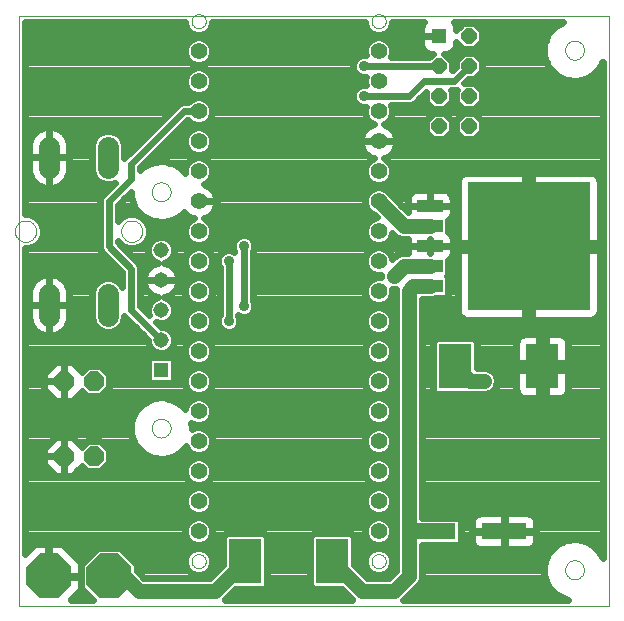
<source format=gbl>
G75*
%MOIN*%
%OFA0B0*%
%FSLAX24Y24*%
%IPPOS*%
%LPD*%
%AMOC8*
5,1,8,0,0,1.08239X$1,22.5*
%
%ADD10C,0.0000*%
%ADD11C,0.0554*%
%ADD12R,0.0515X0.0515*%
%ADD13OC8,0.0515*%
%ADD14C,0.0515*%
%ADD15OC8,0.0660*%
%ADD16R,0.4098X0.4252*%
%ADD17R,0.0850X0.0420*%
%ADD18R,0.1102X0.1496*%
%ADD19OC8,0.1500*%
%ADD20R,0.1496X0.0551*%
%ADD21C,0.0705*%
%ADD22C,0.0240*%
%ADD23C,0.0500*%
%ADD24C,0.0356*%
D10*
X001220Y001220D02*
X001220Y020905D01*
X020905Y020905D01*
X020905Y001220D01*
X001220Y001220D01*
X006984Y002720D02*
X006986Y002750D01*
X006992Y002780D01*
X007001Y002809D01*
X007014Y002836D01*
X007031Y002861D01*
X007050Y002884D01*
X007073Y002905D01*
X007098Y002922D01*
X007124Y002936D01*
X007153Y002946D01*
X007182Y002953D01*
X007212Y002956D01*
X007243Y002955D01*
X007273Y002950D01*
X007302Y002941D01*
X007329Y002929D01*
X007355Y002914D01*
X007379Y002895D01*
X007400Y002873D01*
X007418Y002849D01*
X007433Y002822D01*
X007444Y002794D01*
X007452Y002765D01*
X007456Y002735D01*
X007456Y002705D01*
X007452Y002675D01*
X007444Y002646D01*
X007433Y002618D01*
X007418Y002591D01*
X007400Y002567D01*
X007379Y002545D01*
X007355Y002526D01*
X007329Y002511D01*
X007302Y002499D01*
X007273Y002490D01*
X007243Y002485D01*
X007212Y002484D01*
X007182Y002487D01*
X007153Y002494D01*
X007124Y002504D01*
X007098Y002518D01*
X007073Y002535D01*
X007050Y002556D01*
X007031Y002579D01*
X007014Y002604D01*
X007001Y002631D01*
X006992Y002660D01*
X006986Y002690D01*
X006984Y002720D01*
X005655Y007158D02*
X005657Y007193D01*
X005663Y007228D01*
X005673Y007262D01*
X005686Y007295D01*
X005703Y007326D01*
X005724Y007354D01*
X005747Y007381D01*
X005774Y007404D01*
X005802Y007425D01*
X005833Y007442D01*
X005866Y007455D01*
X005900Y007465D01*
X005935Y007471D01*
X005970Y007473D01*
X006005Y007471D01*
X006040Y007465D01*
X006074Y007455D01*
X006107Y007442D01*
X006138Y007425D01*
X006166Y007404D01*
X006193Y007381D01*
X006216Y007354D01*
X006237Y007326D01*
X006254Y007295D01*
X006267Y007262D01*
X006277Y007228D01*
X006283Y007193D01*
X006285Y007158D01*
X006283Y007123D01*
X006277Y007088D01*
X006267Y007054D01*
X006254Y007021D01*
X006237Y006990D01*
X006216Y006962D01*
X006193Y006935D01*
X006166Y006912D01*
X006138Y006891D01*
X006107Y006874D01*
X006074Y006861D01*
X006040Y006851D01*
X006005Y006845D01*
X005970Y006843D01*
X005935Y006845D01*
X005900Y006851D01*
X005866Y006861D01*
X005833Y006874D01*
X005802Y006891D01*
X005774Y006912D01*
X005747Y006935D01*
X005724Y006962D01*
X005703Y006990D01*
X005686Y007021D01*
X005673Y007054D01*
X005663Y007088D01*
X005657Y007123D01*
X005655Y007158D01*
X012984Y002720D02*
X012986Y002750D01*
X012992Y002780D01*
X013001Y002809D01*
X013014Y002836D01*
X013031Y002861D01*
X013050Y002884D01*
X013073Y002905D01*
X013098Y002922D01*
X013124Y002936D01*
X013153Y002946D01*
X013182Y002953D01*
X013212Y002956D01*
X013243Y002955D01*
X013273Y002950D01*
X013302Y002941D01*
X013329Y002929D01*
X013355Y002914D01*
X013379Y002895D01*
X013400Y002873D01*
X013418Y002849D01*
X013433Y002822D01*
X013444Y002794D01*
X013452Y002765D01*
X013456Y002735D01*
X013456Y002705D01*
X013452Y002675D01*
X013444Y002646D01*
X013433Y002618D01*
X013418Y002591D01*
X013400Y002567D01*
X013379Y002545D01*
X013355Y002526D01*
X013329Y002511D01*
X013302Y002499D01*
X013273Y002490D01*
X013243Y002485D01*
X013212Y002484D01*
X013182Y002487D01*
X013153Y002494D01*
X013124Y002504D01*
X013098Y002518D01*
X013073Y002535D01*
X013050Y002556D01*
X013031Y002579D01*
X013014Y002604D01*
X013001Y002631D01*
X012992Y002660D01*
X012986Y002690D01*
X012984Y002720D01*
X019435Y002434D02*
X019437Y002469D01*
X019443Y002504D01*
X019453Y002538D01*
X019466Y002571D01*
X019483Y002602D01*
X019504Y002630D01*
X019527Y002657D01*
X019554Y002680D01*
X019582Y002701D01*
X019613Y002718D01*
X019646Y002731D01*
X019680Y002741D01*
X019715Y002747D01*
X019750Y002749D01*
X019785Y002747D01*
X019820Y002741D01*
X019854Y002731D01*
X019887Y002718D01*
X019918Y002701D01*
X019946Y002680D01*
X019973Y002657D01*
X019996Y002630D01*
X020017Y002602D01*
X020034Y002571D01*
X020047Y002538D01*
X020057Y002504D01*
X020063Y002469D01*
X020065Y002434D01*
X020063Y002399D01*
X020057Y002364D01*
X020047Y002330D01*
X020034Y002297D01*
X020017Y002266D01*
X019996Y002238D01*
X019973Y002211D01*
X019946Y002188D01*
X019918Y002167D01*
X019887Y002150D01*
X019854Y002137D01*
X019820Y002127D01*
X019785Y002121D01*
X019750Y002119D01*
X019715Y002121D01*
X019680Y002127D01*
X019646Y002137D01*
X019613Y002150D01*
X019582Y002167D01*
X019554Y002188D01*
X019527Y002211D01*
X019504Y002238D01*
X019483Y002266D01*
X019466Y002297D01*
X019453Y002330D01*
X019443Y002364D01*
X019437Y002399D01*
X019435Y002434D01*
X004635Y013720D02*
X004637Y013757D01*
X004643Y013794D01*
X004652Y013830D01*
X004666Y013864D01*
X004683Y013897D01*
X004703Y013929D01*
X004726Y013958D01*
X004752Y013984D01*
X004781Y014007D01*
X004812Y014027D01*
X004846Y014044D01*
X004880Y014058D01*
X004916Y014067D01*
X004953Y014073D01*
X004990Y014075D01*
X005027Y014073D01*
X005064Y014067D01*
X005100Y014058D01*
X005134Y014044D01*
X005167Y014027D01*
X005199Y014007D01*
X005228Y013984D01*
X005254Y013958D01*
X005277Y013929D01*
X005297Y013898D01*
X005314Y013864D01*
X005328Y013830D01*
X005337Y013794D01*
X005343Y013757D01*
X005345Y013720D01*
X005343Y013683D01*
X005337Y013646D01*
X005328Y013610D01*
X005314Y013576D01*
X005297Y013543D01*
X005277Y013511D01*
X005254Y013482D01*
X005228Y013456D01*
X005199Y013433D01*
X005168Y013413D01*
X005134Y013396D01*
X005100Y013382D01*
X005064Y013373D01*
X005027Y013367D01*
X004990Y013365D01*
X004953Y013367D01*
X004916Y013373D01*
X004880Y013382D01*
X004846Y013396D01*
X004813Y013413D01*
X004781Y013433D01*
X004752Y013456D01*
X004726Y013482D01*
X004703Y013511D01*
X004683Y013542D01*
X004666Y013576D01*
X004652Y013610D01*
X004643Y013646D01*
X004637Y013683D01*
X004635Y013720D01*
X005655Y015032D02*
X005657Y015067D01*
X005663Y015102D01*
X005673Y015136D01*
X005686Y015169D01*
X005703Y015200D01*
X005724Y015228D01*
X005747Y015255D01*
X005774Y015278D01*
X005802Y015299D01*
X005833Y015316D01*
X005866Y015329D01*
X005900Y015339D01*
X005935Y015345D01*
X005970Y015347D01*
X006005Y015345D01*
X006040Y015339D01*
X006074Y015329D01*
X006107Y015316D01*
X006138Y015299D01*
X006166Y015278D01*
X006193Y015255D01*
X006216Y015228D01*
X006237Y015200D01*
X006254Y015169D01*
X006267Y015136D01*
X006277Y015102D01*
X006283Y015067D01*
X006285Y015032D01*
X006283Y014997D01*
X006277Y014962D01*
X006267Y014928D01*
X006254Y014895D01*
X006237Y014864D01*
X006216Y014836D01*
X006193Y014809D01*
X006166Y014786D01*
X006138Y014765D01*
X006107Y014748D01*
X006074Y014735D01*
X006040Y014725D01*
X006005Y014719D01*
X005970Y014717D01*
X005935Y014719D01*
X005900Y014725D01*
X005866Y014735D01*
X005833Y014748D01*
X005802Y014765D01*
X005774Y014786D01*
X005747Y014809D01*
X005724Y014836D01*
X005703Y014864D01*
X005686Y014895D01*
X005673Y014928D01*
X005663Y014962D01*
X005657Y014997D01*
X005655Y015032D01*
X001095Y013720D02*
X001097Y013757D01*
X001103Y013794D01*
X001112Y013830D01*
X001126Y013864D01*
X001143Y013897D01*
X001163Y013929D01*
X001186Y013958D01*
X001212Y013984D01*
X001241Y014007D01*
X001272Y014027D01*
X001306Y014044D01*
X001340Y014058D01*
X001376Y014067D01*
X001413Y014073D01*
X001450Y014075D01*
X001487Y014073D01*
X001524Y014067D01*
X001560Y014058D01*
X001594Y014044D01*
X001627Y014027D01*
X001659Y014007D01*
X001688Y013984D01*
X001714Y013958D01*
X001737Y013929D01*
X001757Y013898D01*
X001774Y013864D01*
X001788Y013830D01*
X001797Y013794D01*
X001803Y013757D01*
X001805Y013720D01*
X001803Y013683D01*
X001797Y013646D01*
X001788Y013610D01*
X001774Y013576D01*
X001757Y013543D01*
X001737Y013511D01*
X001714Y013482D01*
X001688Y013456D01*
X001659Y013433D01*
X001628Y013413D01*
X001594Y013396D01*
X001560Y013382D01*
X001524Y013373D01*
X001487Y013367D01*
X001450Y013365D01*
X001413Y013367D01*
X001376Y013373D01*
X001340Y013382D01*
X001306Y013396D01*
X001273Y013413D01*
X001241Y013433D01*
X001212Y013456D01*
X001186Y013482D01*
X001163Y013511D01*
X001143Y013542D01*
X001126Y013576D01*
X001112Y013610D01*
X001103Y013646D01*
X001097Y013683D01*
X001095Y013720D01*
X006984Y020720D02*
X006986Y020750D01*
X006992Y020780D01*
X007001Y020809D01*
X007014Y020836D01*
X007031Y020861D01*
X007050Y020884D01*
X007073Y020905D01*
X007098Y020922D01*
X007124Y020936D01*
X007153Y020946D01*
X007182Y020953D01*
X007212Y020956D01*
X007243Y020955D01*
X007273Y020950D01*
X007302Y020941D01*
X007329Y020929D01*
X007355Y020914D01*
X007379Y020895D01*
X007400Y020873D01*
X007418Y020849D01*
X007433Y020822D01*
X007444Y020794D01*
X007452Y020765D01*
X007456Y020735D01*
X007456Y020705D01*
X007452Y020675D01*
X007444Y020646D01*
X007433Y020618D01*
X007418Y020591D01*
X007400Y020567D01*
X007379Y020545D01*
X007355Y020526D01*
X007329Y020511D01*
X007302Y020499D01*
X007273Y020490D01*
X007243Y020485D01*
X007212Y020484D01*
X007182Y020487D01*
X007153Y020494D01*
X007124Y020504D01*
X007098Y020518D01*
X007073Y020535D01*
X007050Y020556D01*
X007031Y020579D01*
X007014Y020604D01*
X007001Y020631D01*
X006992Y020660D01*
X006986Y020690D01*
X006984Y020720D01*
X012984Y020720D02*
X012986Y020750D01*
X012992Y020780D01*
X013001Y020809D01*
X013014Y020836D01*
X013031Y020861D01*
X013050Y020884D01*
X013073Y020905D01*
X013098Y020922D01*
X013124Y020936D01*
X013153Y020946D01*
X013182Y020953D01*
X013212Y020956D01*
X013243Y020955D01*
X013273Y020950D01*
X013302Y020941D01*
X013329Y020929D01*
X013355Y020914D01*
X013379Y020895D01*
X013400Y020873D01*
X013418Y020849D01*
X013433Y020822D01*
X013444Y020794D01*
X013452Y020765D01*
X013456Y020735D01*
X013456Y020705D01*
X013452Y020675D01*
X013444Y020646D01*
X013433Y020618D01*
X013418Y020591D01*
X013400Y020567D01*
X013379Y020545D01*
X013355Y020526D01*
X013329Y020511D01*
X013302Y020499D01*
X013273Y020490D01*
X013243Y020485D01*
X013212Y020484D01*
X013182Y020487D01*
X013153Y020494D01*
X013124Y020504D01*
X013098Y020518D01*
X013073Y020535D01*
X013050Y020556D01*
X013031Y020579D01*
X013014Y020604D01*
X013001Y020631D01*
X012992Y020660D01*
X012986Y020690D01*
X012984Y020720D01*
X019435Y019756D02*
X019437Y019791D01*
X019443Y019826D01*
X019453Y019860D01*
X019466Y019893D01*
X019483Y019924D01*
X019504Y019952D01*
X019527Y019979D01*
X019554Y020002D01*
X019582Y020023D01*
X019613Y020040D01*
X019646Y020053D01*
X019680Y020063D01*
X019715Y020069D01*
X019750Y020071D01*
X019785Y020069D01*
X019820Y020063D01*
X019854Y020053D01*
X019887Y020040D01*
X019918Y020023D01*
X019946Y020002D01*
X019973Y019979D01*
X019996Y019952D01*
X020017Y019924D01*
X020034Y019893D01*
X020047Y019860D01*
X020057Y019826D01*
X020063Y019791D01*
X020065Y019756D01*
X020063Y019721D01*
X020057Y019686D01*
X020047Y019652D01*
X020034Y019619D01*
X020017Y019588D01*
X019996Y019560D01*
X019973Y019533D01*
X019946Y019510D01*
X019918Y019489D01*
X019887Y019472D01*
X019854Y019459D01*
X019820Y019449D01*
X019785Y019443D01*
X019750Y019441D01*
X019715Y019443D01*
X019680Y019449D01*
X019646Y019459D01*
X019613Y019472D01*
X019582Y019489D01*
X019554Y019510D01*
X019527Y019533D01*
X019504Y019560D01*
X019483Y019588D01*
X019466Y019619D01*
X019453Y019652D01*
X019443Y019686D01*
X019437Y019721D01*
X019435Y019756D01*
D11*
X013220Y019720D03*
X013220Y018720D03*
X013220Y017720D03*
X013220Y016720D03*
X013220Y015720D03*
X013220Y014720D03*
X013220Y013720D03*
X013220Y012720D03*
X013220Y011720D03*
X013220Y010720D03*
X013220Y009720D03*
X013220Y008720D03*
X013220Y007720D03*
X013220Y006720D03*
X013220Y005720D03*
X013220Y004720D03*
X013220Y003720D03*
X007220Y003720D03*
X007220Y004720D03*
X007220Y005720D03*
X007220Y006720D03*
X007220Y007720D03*
X007220Y008720D03*
X007220Y009720D03*
X007220Y010720D03*
X007220Y011720D03*
X007220Y012720D03*
X007220Y013720D03*
X007220Y014720D03*
X007220Y015720D03*
X007220Y016720D03*
X007220Y017720D03*
X007220Y018720D03*
X007220Y019720D03*
D12*
X015220Y020220D03*
X005970Y009095D03*
D13*
X015220Y017220D03*
X016220Y017220D03*
X016220Y018220D03*
X016220Y019220D03*
X015220Y019220D03*
X015220Y018220D03*
X016220Y020220D03*
D14*
X005970Y013095D03*
X005970Y012095D03*
X005970Y011095D03*
X005970Y010095D03*
D15*
X003720Y008720D03*
X002720Y008720D03*
X002720Y006220D03*
X003720Y006220D03*
D16*
X018220Y013220D03*
D17*
X014940Y013220D03*
X014940Y012550D03*
X014940Y011880D03*
X014940Y013890D03*
X014940Y014560D03*
D18*
X015763Y009220D03*
X018677Y009220D03*
X011677Y002720D03*
X008763Y002720D03*
D19*
X004220Y002220D03*
X002220Y002220D03*
D20*
X015039Y003720D03*
X017401Y003720D03*
D21*
X004200Y010908D02*
X004200Y011613D01*
X002240Y011613D02*
X002240Y010908D01*
X002240Y015828D02*
X002240Y016533D01*
X004200Y016533D02*
X004200Y015828D01*
D22*
X003668Y015769D02*
X002911Y015769D01*
X002912Y015783D02*
X002912Y016180D01*
X002912Y016577D01*
X002901Y016664D01*
X002878Y016749D01*
X002844Y016831D01*
X002800Y016907D01*
X002747Y016977D01*
X002684Y017039D01*
X002614Y017093D01*
X002538Y017137D01*
X002457Y017171D01*
X002371Y017193D01*
X002284Y017205D01*
X002240Y017205D01*
X002240Y016180D01*
X002240Y016180D01*
X002912Y016180D01*
X002240Y016180D01*
X002240Y016180D01*
X002240Y016180D01*
X001568Y016180D01*
X001568Y015783D01*
X001579Y015696D01*
X001602Y015611D01*
X001636Y015529D01*
X001680Y015453D01*
X001733Y015383D01*
X001796Y015321D01*
X001866Y015267D01*
X001942Y015223D01*
X002023Y015189D01*
X002109Y015167D01*
X002196Y015155D01*
X002240Y015155D01*
X002284Y015155D01*
X002371Y015167D01*
X002457Y015189D01*
X002538Y015223D01*
X002614Y015267D01*
X002684Y015321D01*
X002747Y015383D01*
X002800Y015453D01*
X002844Y015529D01*
X002878Y015611D01*
X002901Y015696D01*
X002912Y015783D01*
X002912Y016007D02*
X003668Y016007D01*
X003668Y015722D02*
X003749Y015526D01*
X003898Y015376D01*
X004094Y015295D01*
X004306Y015295D01*
X004417Y015341D01*
X004050Y014974D01*
X003966Y014890D01*
X003920Y014780D01*
X003920Y013160D01*
X003966Y013050D01*
X004670Y012346D01*
X004670Y011869D01*
X004651Y011914D01*
X004502Y012064D01*
X004306Y012145D01*
X004094Y012145D01*
X003898Y012064D01*
X003749Y011914D01*
X003668Y011718D01*
X003668Y010802D01*
X003749Y010606D01*
X003898Y010456D01*
X004094Y010375D01*
X004306Y010375D01*
X004502Y010456D01*
X004651Y010606D01*
X004732Y010802D01*
X004732Y010908D01*
X005533Y010108D01*
X005533Y010008D01*
X005599Y009847D01*
X005722Y009724D01*
X005883Y009658D01*
X006057Y009658D01*
X006218Y009724D01*
X006341Y009847D01*
X006407Y010008D01*
X006407Y010182D01*
X006341Y010343D01*
X006218Y010466D01*
X006057Y010532D01*
X005957Y010532D01*
X005796Y010694D01*
X005883Y010658D01*
X006057Y010658D01*
X006218Y010724D01*
X006341Y010847D01*
X006407Y011008D01*
X006407Y011182D01*
X006341Y011343D01*
X006218Y011466D01*
X006072Y011526D01*
X006105Y011532D01*
X006192Y011560D01*
X006273Y011601D01*
X006346Y011655D01*
X006410Y011719D01*
X006464Y011792D01*
X006505Y011873D01*
X006533Y011960D01*
X006547Y012050D01*
X006547Y012095D01*
X005970Y012095D01*
X006547Y012095D01*
X006547Y012140D01*
X006533Y012230D01*
X006505Y012317D01*
X006464Y012398D01*
X006410Y012471D01*
X006346Y012535D01*
X006273Y012589D01*
X006192Y012630D01*
X006105Y012658D01*
X006072Y012664D01*
X006218Y012724D01*
X006341Y012847D01*
X006407Y013008D01*
X006407Y013182D01*
X006341Y013343D01*
X006218Y013466D01*
X006057Y013532D01*
X005883Y013532D01*
X005722Y013466D01*
X005599Y013343D01*
X005533Y013182D01*
X005533Y013008D01*
X005599Y012847D01*
X005722Y012724D01*
X005868Y012664D01*
X005835Y012658D01*
X005748Y012630D01*
X005667Y012589D01*
X005594Y012535D01*
X005530Y012471D01*
X005476Y012398D01*
X005435Y012317D01*
X005407Y012230D01*
X005393Y012140D01*
X005393Y012095D01*
X005970Y012095D01*
X005970Y012095D01*
X005970Y012095D01*
X005393Y012095D01*
X005393Y012050D01*
X005407Y011960D01*
X005435Y011873D01*
X005476Y011792D01*
X005530Y011719D01*
X005594Y011655D01*
X005667Y011601D01*
X005748Y011560D01*
X005835Y011532D01*
X005868Y011526D01*
X005722Y011466D01*
X005599Y011343D01*
X005533Y011182D01*
X005533Y011008D01*
X005569Y010921D01*
X005270Y011219D01*
X005270Y012530D01*
X005224Y012640D01*
X005140Y012724D01*
X004520Y013344D01*
X004520Y013377D01*
X004664Y013233D01*
X004876Y013145D01*
X005104Y013145D01*
X005316Y013233D01*
X005477Y013394D01*
X005565Y013606D01*
X005565Y013834D01*
X005477Y014046D01*
X005316Y014207D01*
X005104Y014295D01*
X004876Y014295D01*
X004664Y014207D01*
X004520Y014063D01*
X004520Y014596D01*
X004962Y015038D01*
X004962Y014844D01*
X005098Y014492D01*
X005352Y014214D01*
X005352Y014214D01*
X005689Y014046D01*
X005689Y014046D01*
X006065Y014011D01*
X006427Y014114D01*
X006728Y014341D01*
X006741Y014363D01*
X006765Y014331D01*
X006831Y014265D01*
X006907Y014209D01*
X006991Y014167D01*
X007054Y014146D01*
X006961Y014108D01*
X006832Y013979D01*
X006763Y013811D01*
X006763Y013629D01*
X006832Y013461D01*
X006961Y013332D01*
X007129Y013263D01*
X007311Y013263D01*
X007479Y013332D01*
X007608Y013461D01*
X007677Y013629D01*
X007677Y013811D01*
X007608Y013979D01*
X007479Y014108D01*
X007386Y014146D01*
X007449Y014167D01*
X007533Y014209D01*
X007609Y014265D01*
X007675Y014331D01*
X007731Y014407D01*
X007773Y014491D01*
X007802Y014580D01*
X007817Y014673D01*
X007817Y014720D01*
X007817Y014767D01*
X007802Y014860D01*
X007773Y014949D01*
X007731Y015033D01*
X007675Y015109D01*
X007609Y015175D01*
X007533Y015231D01*
X007449Y015273D01*
X007386Y015294D01*
X007479Y015332D01*
X007608Y015461D01*
X007677Y015629D01*
X007677Y015811D01*
X007608Y015979D01*
X007479Y016108D01*
X007311Y016177D01*
X007129Y016177D01*
X006961Y016108D01*
X006832Y015979D01*
X006763Y015811D01*
X006763Y015666D01*
X006728Y015723D01*
X006728Y015723D01*
X006728Y015723D01*
X006427Y015950D01*
X006065Y016053D01*
X006065Y016053D01*
X005689Y016018D01*
X005352Y015850D01*
X005270Y015760D01*
X005270Y015846D01*
X006844Y017420D01*
X006873Y017420D01*
X006961Y017332D01*
X007129Y017263D01*
X007311Y017263D01*
X007479Y017332D01*
X007608Y017461D01*
X007677Y017629D01*
X007677Y017811D01*
X007608Y017979D01*
X007479Y018108D01*
X007311Y018177D01*
X007129Y018177D01*
X006961Y018108D01*
X006873Y018020D01*
X006660Y018020D01*
X006550Y017974D01*
X004800Y016224D01*
X004732Y016157D01*
X004732Y016638D01*
X004651Y016834D01*
X004502Y016984D01*
X004306Y017065D01*
X004094Y017065D01*
X003898Y016984D01*
X003749Y016834D01*
X003668Y016638D01*
X003668Y015722D01*
X003747Y015530D02*
X002845Y015530D01*
X002646Y015292D02*
X004367Y015292D01*
X004129Y015053D02*
X001440Y015053D01*
X001440Y014815D02*
X003934Y014815D01*
X003920Y014576D02*
X001440Y014576D01*
X001440Y014338D02*
X003920Y014338D01*
X003920Y014099D02*
X001884Y014099D01*
X001937Y014046D02*
X001776Y014207D01*
X001564Y014295D01*
X001440Y014295D01*
X001440Y020685D01*
X006764Y020685D01*
X006764Y020629D01*
X006833Y020462D01*
X006962Y020333D01*
X007129Y020264D01*
X007311Y020264D01*
X007478Y020333D01*
X007607Y020462D01*
X007676Y020629D01*
X007676Y020685D01*
X012764Y020685D01*
X012764Y020629D01*
X012833Y020462D01*
X012962Y020333D01*
X013129Y020264D01*
X013311Y020264D01*
X013478Y020333D01*
X013607Y020462D01*
X013676Y020629D01*
X013676Y020685D01*
X014718Y020685D01*
X014714Y020681D01*
X014679Y020629D01*
X014655Y020571D01*
X014643Y020509D01*
X014643Y020220D01*
X015220Y020220D01*
X015220Y020220D01*
X014643Y020220D01*
X014643Y019931D01*
X014655Y019869D01*
X014679Y019811D01*
X014714Y019759D01*
X014759Y019714D01*
X014811Y019679D01*
X014869Y019655D01*
X014931Y019643D01*
X015024Y019643D01*
X014901Y019520D01*
X013632Y019520D01*
X013677Y019629D01*
X013677Y019811D01*
X013608Y019979D01*
X013479Y020108D01*
X013311Y020177D01*
X013129Y020177D01*
X012961Y020108D01*
X012832Y019979D01*
X012763Y019811D01*
X012763Y019629D01*
X012784Y019578D01*
X012649Y019578D01*
X012517Y019524D01*
X012416Y019423D01*
X012362Y019291D01*
X012362Y019149D01*
X012416Y019017D01*
X012517Y018916D01*
X012649Y018862D01*
X012784Y018862D01*
X012763Y018811D01*
X012763Y018629D01*
X012784Y018578D01*
X012649Y018578D01*
X012517Y018524D01*
X012416Y018423D01*
X012362Y018291D01*
X012362Y018149D01*
X012416Y018017D01*
X012517Y017916D01*
X012649Y017862D01*
X012784Y017862D01*
X012763Y017811D01*
X012763Y017629D01*
X012832Y017461D01*
X012961Y017332D01*
X013054Y017294D01*
X012991Y017273D01*
X012907Y017231D01*
X012831Y017175D01*
X012765Y017109D01*
X012709Y017033D01*
X012667Y016949D01*
X012638Y016860D01*
X012623Y016767D01*
X012623Y016720D01*
X012623Y016673D01*
X012638Y016580D01*
X012667Y016491D01*
X012709Y016407D01*
X012765Y016331D01*
X012831Y016265D01*
X012907Y016209D01*
X012991Y016167D01*
X013054Y016146D01*
X012961Y016108D01*
X012832Y015979D01*
X012763Y015811D01*
X012763Y015629D01*
X012832Y015461D01*
X012961Y015332D01*
X013129Y015263D01*
X013311Y015263D01*
X013479Y015332D01*
X013608Y015461D01*
X013677Y015629D01*
X013677Y015811D01*
X013608Y015979D01*
X013479Y016108D01*
X013386Y016146D01*
X013449Y016167D01*
X013533Y016209D01*
X013609Y016265D01*
X013675Y016331D01*
X013731Y016407D01*
X013773Y016491D01*
X013802Y016580D01*
X013817Y016673D01*
X013817Y016720D01*
X013817Y016767D01*
X013802Y016860D01*
X013773Y016949D01*
X013731Y017033D01*
X013675Y017109D01*
X013609Y017175D01*
X013533Y017231D01*
X013449Y017273D01*
X013386Y017294D01*
X013479Y017332D01*
X013608Y017461D01*
X013677Y017629D01*
X013677Y017811D01*
X013632Y017920D01*
X014280Y017920D01*
X014390Y017966D01*
X014783Y018358D01*
X014783Y018039D01*
X015039Y017783D01*
X015401Y017783D01*
X015657Y018039D01*
X015657Y018401D01*
X015639Y018420D01*
X015780Y018420D01*
X015817Y018435D01*
X015783Y018401D01*
X015783Y018039D01*
X016039Y017783D01*
X016401Y017783D01*
X016657Y018039D01*
X016657Y018401D01*
X016401Y018657D01*
X016082Y018657D01*
X016207Y018783D01*
X016401Y018783D01*
X016657Y019039D01*
X016657Y019401D01*
X016401Y019657D01*
X016039Y019657D01*
X015783Y019401D01*
X015783Y019207D01*
X015657Y019082D01*
X015657Y019401D01*
X015416Y019643D01*
X015509Y019643D01*
X015571Y019655D01*
X015629Y019679D01*
X015681Y019714D01*
X015726Y019759D01*
X015761Y019811D01*
X015785Y019869D01*
X015797Y019931D01*
X015797Y020024D01*
X016039Y019783D01*
X016401Y019783D01*
X016657Y020039D01*
X016657Y020401D01*
X016401Y020657D01*
X016039Y020657D01*
X015797Y020416D01*
X015797Y020509D01*
X015785Y020571D01*
X015761Y020629D01*
X015726Y020681D01*
X015722Y020685D01*
X019353Y020685D01*
X019132Y020575D01*
X019132Y020575D01*
X018878Y020296D01*
X018742Y019945D01*
X018742Y019568D01*
X018878Y019217D01*
X018878Y019217D01*
X019132Y018938D01*
X019469Y018770D01*
X019844Y018735D01*
X020207Y018839D01*
X020507Y019066D01*
X020685Y019353D01*
X020685Y002837D01*
X020507Y003124D01*
X020207Y003351D01*
X019844Y003455D01*
X019469Y003420D01*
X019469Y003420D01*
X019132Y003252D01*
X019132Y003252D01*
X019132Y003252D01*
X018878Y002973D01*
X018742Y002622D01*
X018742Y002245D01*
X018878Y001894D01*
X018878Y001894D01*
X019132Y001615D01*
X019469Y001447D01*
X019549Y001440D01*
X014048Y001440D01*
X014085Y001476D01*
X014464Y001855D01*
X014585Y001976D01*
X014650Y002134D01*
X014650Y003264D01*
X015861Y003264D01*
X015967Y003370D01*
X015967Y004070D01*
X015861Y004176D01*
X014650Y004176D01*
X014650Y011450D01*
X015026Y011450D01*
X015122Y011490D01*
X015440Y011490D01*
X015545Y011595D01*
X015545Y012165D01*
X015495Y012215D01*
X015545Y012265D01*
X015545Y012745D01*
X015569Y012761D01*
X015614Y012806D01*
X015649Y012858D01*
X015673Y012917D01*
X015685Y012978D01*
X015685Y013220D01*
X015685Y013462D01*
X015673Y013523D01*
X015649Y013582D01*
X015614Y013634D01*
X015569Y013679D01*
X015545Y013695D01*
X015545Y014085D01*
X015569Y014101D01*
X015614Y014146D01*
X015649Y014198D01*
X015673Y014257D01*
X015685Y014318D01*
X015685Y014560D01*
X015685Y014802D01*
X015673Y014863D01*
X015649Y014922D01*
X015614Y014974D01*
X015569Y015019D01*
X015517Y015054D01*
X015458Y015078D01*
X015397Y015090D01*
X014940Y015090D01*
X014940Y014560D01*
X014940Y014560D01*
X015685Y014560D01*
X014940Y014560D01*
X014940Y014560D01*
X014940Y014560D01*
X014195Y014560D01*
X014195Y014802D01*
X014207Y014863D01*
X014231Y014922D01*
X014266Y014974D01*
X014311Y015019D01*
X014363Y015054D01*
X014422Y015078D01*
X014483Y015090D01*
X014940Y015090D01*
X014940Y014560D01*
X014195Y014560D01*
X014195Y014353D01*
X013635Y014913D01*
X013608Y014979D01*
X013479Y015108D01*
X013311Y015177D01*
X013129Y015177D01*
X012961Y015108D01*
X012832Y014979D01*
X012763Y014811D01*
X012763Y014629D01*
X012832Y014461D01*
X012961Y014332D01*
X013027Y014305D01*
X013155Y014177D01*
X013129Y014177D01*
X012961Y014108D01*
X012832Y013979D01*
X012763Y013811D01*
X012763Y013629D01*
X012832Y013461D01*
X012961Y013332D01*
X013129Y013263D01*
X013311Y013263D01*
X013479Y013332D01*
X013608Y013461D01*
X013677Y013629D01*
X013677Y013655D01*
X013806Y013525D01*
X013964Y013460D01*
X014195Y013460D01*
X014195Y013220D01*
X014940Y013220D01*
X014940Y013460D01*
X014940Y013460D01*
X014940Y013220D01*
X014940Y013220D01*
X015685Y013220D01*
X014940Y013220D01*
X014940Y013220D01*
X014940Y012980D01*
X014940Y012980D01*
X014940Y013220D01*
X014940Y013220D01*
X014940Y013220D01*
X014195Y013220D01*
X014195Y012980D01*
X013964Y012980D01*
X013806Y012915D01*
X013677Y012785D01*
X013677Y012811D01*
X013608Y012979D01*
X013479Y013108D01*
X013311Y013177D01*
X013129Y013177D01*
X012961Y013108D01*
X012832Y012979D01*
X012763Y012811D01*
X012763Y012629D01*
X012832Y012461D01*
X012961Y012332D01*
X013129Y012263D01*
X013290Y012263D01*
X013290Y012177D01*
X013129Y012177D01*
X012961Y012108D01*
X012832Y011979D01*
X012763Y011811D01*
X012763Y011629D01*
X012832Y011461D01*
X012961Y011332D01*
X013129Y011263D01*
X013311Y011263D01*
X013479Y011332D01*
X013608Y011461D01*
X013677Y011629D01*
X013677Y011790D01*
X013790Y011790D01*
X013790Y002398D01*
X013542Y002150D01*
X012855Y002150D01*
X012408Y002597D01*
X012408Y003543D01*
X012302Y003648D01*
X011051Y003648D01*
X010946Y003543D01*
X010946Y001897D01*
X011051Y001792D01*
X011997Y001792D01*
X012349Y001440D01*
X008091Y001440D01*
X008443Y001792D01*
X009389Y001792D01*
X009494Y001897D01*
X009494Y003543D01*
X009389Y003648D01*
X008138Y003648D01*
X008032Y003543D01*
X008032Y002597D01*
X007585Y002150D01*
X005398Y002150D01*
X005150Y002398D01*
X005150Y002605D01*
X004605Y003150D01*
X003835Y003150D01*
X003290Y002605D01*
X003290Y001835D01*
X003685Y001440D01*
X002953Y001440D01*
X003290Y001777D01*
X003290Y002202D01*
X002238Y002202D01*
X002238Y002238D01*
X002202Y002238D01*
X002202Y003290D01*
X001777Y003290D01*
X001440Y002953D01*
X001440Y013145D01*
X001564Y013145D01*
X001776Y013233D01*
X001937Y013394D01*
X002025Y013606D01*
X002025Y013834D01*
X001937Y014046D01*
X002014Y013861D02*
X003920Y013861D01*
X003920Y013622D02*
X002025Y013622D01*
X001927Y013384D02*
X003920Y013384D01*
X003926Y013145D02*
X001564Y013145D01*
X001440Y012907D02*
X004109Y012907D01*
X004348Y012668D02*
X001440Y012668D01*
X001440Y012430D02*
X004586Y012430D01*
X004670Y012191D02*
X002583Y012191D01*
X002614Y012173D02*
X002538Y012217D01*
X002457Y012251D01*
X002371Y012273D01*
X002284Y012285D01*
X002240Y012285D01*
X002240Y011260D01*
X002240Y011260D01*
X002912Y011260D01*
X002912Y011657D01*
X002901Y011744D01*
X002878Y011829D01*
X002844Y011911D01*
X002800Y011987D01*
X002747Y012057D01*
X002684Y012119D01*
X002614Y012173D01*
X002820Y011953D02*
X003787Y011953D01*
X003668Y011714D02*
X002905Y011714D01*
X002912Y011476D02*
X003668Y011476D01*
X003668Y011237D02*
X002912Y011237D01*
X002912Y011260D02*
X002240Y011260D01*
X002240Y011260D01*
X002240Y011260D01*
X001568Y011260D01*
X001568Y010863D01*
X001579Y010776D01*
X001602Y010691D01*
X001636Y010609D01*
X001680Y010533D01*
X001733Y010463D01*
X001796Y010401D01*
X001866Y010347D01*
X001942Y010303D01*
X002023Y010269D01*
X002109Y010247D01*
X002196Y010235D01*
X002240Y010235D01*
X002284Y010235D01*
X002371Y010247D01*
X002457Y010269D01*
X002538Y010303D01*
X002614Y010347D01*
X002684Y010401D01*
X002747Y010463D01*
X002800Y010533D01*
X002844Y010609D01*
X002878Y010691D01*
X002901Y010776D01*
X002912Y010863D01*
X002912Y011260D01*
X002912Y010999D02*
X003668Y010999D01*
X003685Y010760D02*
X002897Y010760D01*
X002791Y010522D02*
X003833Y010522D01*
X004567Y010522D02*
X005119Y010522D01*
X005358Y010283D02*
X002490Y010283D01*
X002240Y010283D02*
X002240Y010283D01*
X002240Y010235D02*
X002240Y011260D01*
X002240Y012285D01*
X002196Y012285D01*
X002109Y012273D01*
X002023Y012251D01*
X001942Y012217D01*
X001866Y012173D01*
X001796Y012119D01*
X001733Y012057D01*
X001680Y011987D01*
X001636Y011911D01*
X001602Y011829D01*
X001579Y011744D01*
X001568Y011657D01*
X001568Y011260D01*
X002240Y011260D01*
X002240Y011260D01*
X002240Y010235D01*
X001990Y010283D02*
X001440Y010283D01*
X001440Y010045D02*
X005533Y010045D01*
X005640Y009806D02*
X001440Y009806D01*
X001440Y009568D02*
X006788Y009568D01*
X006763Y009629D02*
X006832Y009461D01*
X006961Y009332D01*
X007129Y009263D01*
X007311Y009263D01*
X007479Y009332D01*
X007608Y009461D01*
X007677Y009629D01*
X007677Y009811D01*
X007608Y009979D01*
X007479Y010108D01*
X007311Y010177D01*
X007129Y010177D01*
X006961Y010108D01*
X006832Y009979D01*
X006763Y009811D01*
X006763Y009629D01*
X006763Y009806D02*
X006300Y009806D01*
X006407Y010045D02*
X006898Y010045D01*
X006961Y010332D02*
X007129Y010263D01*
X007311Y010263D01*
X007479Y010332D01*
X007608Y010461D01*
X007677Y010629D01*
X007677Y010811D01*
X007608Y010979D01*
X007479Y011108D01*
X007311Y011177D01*
X007129Y011177D01*
X006961Y011108D01*
X006832Y010979D01*
X006763Y010811D01*
X006763Y010629D01*
X006832Y010461D01*
X006961Y010332D01*
X007080Y010283D02*
X006366Y010283D01*
X006084Y010522D02*
X006807Y010522D01*
X006763Y010760D02*
X006254Y010760D01*
X006404Y010999D02*
X006852Y010999D01*
X006961Y011332D02*
X007129Y011263D01*
X007311Y011263D01*
X007479Y011332D01*
X007608Y011461D01*
X007677Y011629D01*
X007677Y011811D01*
X007608Y011979D01*
X007479Y012108D01*
X007311Y012177D01*
X007129Y012177D01*
X006961Y012108D01*
X006832Y011979D01*
X006763Y011811D01*
X006763Y011629D01*
X006832Y011461D01*
X006961Y011332D01*
X006826Y011476D02*
X006195Y011476D01*
X006385Y011237D02*
X007920Y011237D01*
X007920Y010999D02*
X007588Y010999D01*
X007677Y010760D02*
X007862Y010760D01*
X007862Y010791D02*
X007862Y010649D01*
X007916Y010517D01*
X008017Y010416D01*
X008149Y010362D01*
X008291Y010362D01*
X008423Y010416D01*
X008524Y010517D01*
X008578Y010649D01*
X008578Y010791D01*
X008528Y010912D01*
X008649Y010862D01*
X008791Y010862D01*
X008923Y010916D01*
X009024Y011017D01*
X009078Y011149D01*
X009078Y011291D01*
X009024Y011423D01*
X009020Y011426D01*
X009020Y013014D01*
X009024Y013017D01*
X009078Y013149D01*
X009078Y013291D01*
X009024Y013423D01*
X008923Y013524D01*
X008791Y013578D01*
X008649Y013578D01*
X008517Y013524D01*
X008416Y013423D01*
X008362Y013291D01*
X008362Y013149D01*
X008412Y013028D01*
X008291Y013078D01*
X008149Y013078D01*
X008017Y013024D01*
X007916Y012923D01*
X007862Y012791D01*
X007862Y012649D01*
X007916Y012517D01*
X007920Y012514D01*
X007920Y010926D01*
X007916Y010923D01*
X007862Y010791D01*
X007915Y010522D02*
X007633Y010522D01*
X007360Y010283D02*
X013080Y010283D01*
X013129Y010263D02*
X013311Y010263D01*
X013479Y010332D01*
X013608Y010461D01*
X013677Y010629D01*
X013677Y010811D01*
X013608Y010979D01*
X013479Y011108D01*
X013311Y011177D01*
X013129Y011177D01*
X012961Y011108D01*
X012832Y010979D01*
X012763Y010811D01*
X012763Y010629D01*
X012832Y010461D01*
X012961Y010332D01*
X013129Y010263D01*
X013129Y010177D02*
X012961Y010108D01*
X012832Y009979D01*
X012763Y009811D01*
X012763Y009629D01*
X012832Y009461D01*
X012961Y009332D01*
X013129Y009263D01*
X013311Y009263D01*
X013479Y009332D01*
X013608Y009461D01*
X013677Y009629D01*
X013677Y009811D01*
X013608Y009979D01*
X013479Y010108D01*
X013311Y010177D01*
X013129Y010177D01*
X013360Y010283D02*
X013790Y010283D01*
X013790Y010045D02*
X013542Y010045D01*
X013677Y009806D02*
X013790Y009806D01*
X013790Y009568D02*
X013652Y009568D01*
X013790Y009329D02*
X013471Y009329D01*
X013311Y009177D02*
X013129Y009177D01*
X012961Y009108D01*
X012832Y008979D01*
X012763Y008811D01*
X012763Y008629D01*
X012832Y008461D01*
X012961Y008332D01*
X013129Y008263D01*
X013311Y008263D01*
X013479Y008332D01*
X013608Y008461D01*
X013677Y008629D01*
X013677Y008811D01*
X013608Y008979D01*
X013479Y009108D01*
X013311Y009177D01*
X013496Y009091D02*
X013790Y009091D01*
X013790Y008852D02*
X013660Y008852D01*
X013671Y008614D02*
X013790Y008614D01*
X013790Y008375D02*
X013522Y008375D01*
X013409Y008137D02*
X013790Y008137D01*
X013608Y007979D02*
X013479Y008108D01*
X013311Y008177D01*
X013129Y008177D01*
X012961Y008108D01*
X012832Y007979D01*
X012763Y007811D01*
X012763Y007629D01*
X012832Y007461D01*
X012961Y007332D01*
X013129Y007263D01*
X013311Y007263D01*
X013479Y007332D01*
X013608Y007461D01*
X013677Y007629D01*
X013677Y007811D01*
X013608Y007979D01*
X013641Y007898D02*
X013790Y007898D01*
X013790Y007660D02*
X013677Y007660D01*
X013568Y007421D02*
X013790Y007421D01*
X013790Y007183D02*
X006991Y007183D01*
X006995Y007158D02*
X006963Y007332D01*
X007129Y007263D01*
X007311Y007263D01*
X007479Y007332D01*
X007608Y007461D01*
X007677Y007629D01*
X007677Y007811D01*
X007608Y007979D01*
X007479Y008108D01*
X007311Y008177D01*
X007129Y008177D01*
X006961Y008108D01*
X006832Y007979D01*
X006763Y007811D01*
X006763Y007792D01*
X006728Y007849D01*
X006728Y007849D01*
X006728Y007849D01*
X006427Y008076D01*
X006065Y008179D01*
X006065Y008179D01*
X005689Y008144D01*
X005352Y007976D01*
X005098Y007698D01*
X004962Y007346D01*
X004962Y006970D01*
X005098Y006618D01*
X005352Y006340D01*
X005352Y006340D01*
X005689Y006172D01*
X005689Y006172D01*
X006065Y006137D01*
X006427Y006240D01*
X006427Y006240D01*
X006728Y006467D01*
X006728Y006467D01*
X006789Y006566D01*
X006832Y006461D01*
X006961Y006332D01*
X007129Y006263D01*
X007311Y006263D01*
X007479Y006332D01*
X007608Y006461D01*
X007677Y006629D01*
X007677Y006811D01*
X007608Y006979D01*
X007479Y007108D01*
X007311Y007177D01*
X007129Y007177D01*
X006988Y007119D01*
X006995Y007158D01*
X006995Y007158D01*
X007568Y007421D02*
X012872Y007421D01*
X012763Y007660D02*
X007677Y007660D01*
X007641Y007898D02*
X012799Y007898D01*
X013031Y008137D02*
X007409Y008137D01*
X007311Y008263D02*
X007479Y008332D01*
X007608Y008461D01*
X007677Y008629D01*
X007677Y008811D01*
X007608Y008979D01*
X007479Y009108D01*
X007311Y009177D01*
X007129Y009177D01*
X006961Y009108D01*
X006832Y008979D01*
X006763Y008811D01*
X006763Y008629D01*
X006832Y008461D01*
X006961Y008332D01*
X007129Y008263D01*
X007311Y008263D01*
X007522Y008375D02*
X012918Y008375D01*
X012769Y008614D02*
X007671Y008614D01*
X007660Y008852D02*
X012780Y008852D01*
X012944Y009091D02*
X007496Y009091D01*
X007471Y009329D02*
X012969Y009329D01*
X012788Y009568D02*
X007652Y009568D01*
X007677Y009806D02*
X012763Y009806D01*
X012898Y010045D02*
X007542Y010045D01*
X006969Y009329D02*
X006407Y009329D01*
X006407Y009427D02*
X006302Y009532D01*
X005638Y009532D01*
X005533Y009427D01*
X005533Y008763D01*
X005638Y008658D01*
X006302Y008658D01*
X006407Y008763D01*
X006407Y009427D01*
X006407Y009091D02*
X006944Y009091D01*
X006780Y008852D02*
X006407Y008852D01*
X006769Y008614D02*
X004230Y008614D01*
X004230Y008509D02*
X004230Y008931D01*
X003931Y009230D01*
X003509Y009230D01*
X003319Y009040D01*
X002989Y009370D01*
X002720Y009370D01*
X002720Y008720D01*
X002720Y008720D01*
X002720Y009370D01*
X002451Y009370D01*
X002070Y008989D01*
X002070Y008720D01*
X002720Y008720D01*
X002720Y008070D01*
X002989Y008070D01*
X003319Y008400D01*
X003509Y008210D01*
X003931Y008210D01*
X004230Y008509D01*
X004096Y008375D02*
X006918Y008375D01*
X007031Y008137D02*
X006214Y008137D01*
X006427Y008076D02*
X006427Y008076D01*
X006663Y007898D02*
X006799Y007898D01*
X005689Y008144D02*
X005689Y008144D01*
X005674Y008137D02*
X003056Y008137D01*
X002720Y008137D02*
X002720Y008137D01*
X002720Y008070D02*
X002451Y008070D01*
X002070Y008451D01*
X002070Y008720D01*
X002720Y008720D01*
X002720Y008720D01*
X002720Y008720D01*
X002720Y008070D01*
X002384Y008137D02*
X001440Y008137D01*
X001440Y008375D02*
X002146Y008375D01*
X002070Y008614D02*
X001440Y008614D01*
X001440Y008852D02*
X002070Y008852D01*
X002171Y009091D02*
X001440Y009091D01*
X001440Y009329D02*
X002410Y009329D01*
X002720Y009329D02*
X002720Y009329D01*
X002720Y009091D02*
X002720Y009091D01*
X002720Y008852D02*
X002720Y008852D01*
X002720Y008614D02*
X002720Y008614D01*
X002720Y008375D02*
X002720Y008375D01*
X003294Y008375D02*
X003344Y008375D01*
X003369Y009091D02*
X003269Y009091D01*
X003030Y009329D02*
X005533Y009329D01*
X005533Y009091D02*
X004071Y009091D01*
X004230Y008852D02*
X005533Y008852D01*
X005352Y007976D02*
X005352Y007976D01*
X005281Y007898D02*
X001440Y007898D01*
X001440Y007660D02*
X005083Y007660D01*
X005098Y007698D02*
X005098Y007698D01*
X004991Y007421D02*
X001440Y007421D01*
X001440Y007183D02*
X004962Y007183D01*
X004972Y006944D02*
X001440Y006944D01*
X001440Y006706D02*
X002286Y006706D01*
X002451Y006870D02*
X002070Y006489D01*
X002070Y006220D01*
X002720Y006220D01*
X002720Y006220D01*
X002720Y006870D01*
X002989Y006870D01*
X003319Y006540D01*
X003509Y006730D01*
X003931Y006730D01*
X004230Y006431D01*
X004230Y006009D01*
X003931Y005710D01*
X003509Y005710D01*
X003319Y005900D01*
X002989Y005570D01*
X002720Y005570D01*
X002720Y006220D01*
X002720Y006870D01*
X002451Y006870D01*
X002720Y006706D02*
X002720Y006706D01*
X002720Y006467D02*
X002720Y006467D01*
X002720Y006229D02*
X002720Y006229D01*
X002720Y006220D02*
X002720Y006220D01*
X002720Y006220D01*
X002720Y005570D01*
X002451Y005570D01*
X002070Y005951D01*
X002070Y006220D01*
X002720Y006220D01*
X002720Y005990D02*
X002720Y005990D01*
X002720Y005752D02*
X002720Y005752D01*
X003171Y005752D02*
X003467Y005752D01*
X003973Y005752D02*
X006763Y005752D01*
X006763Y005811D02*
X006763Y005629D01*
X006832Y005461D01*
X006961Y005332D01*
X007129Y005263D01*
X007311Y005263D01*
X007479Y005332D01*
X007608Y005461D01*
X007677Y005629D01*
X007677Y005811D01*
X007608Y005979D01*
X007479Y006108D01*
X007311Y006177D01*
X007129Y006177D01*
X006961Y006108D01*
X006832Y005979D01*
X006763Y005811D01*
X006843Y005990D02*
X004211Y005990D01*
X004230Y006229D02*
X005576Y006229D01*
X005236Y006467D02*
X004194Y006467D01*
X003956Y006706D02*
X005064Y006706D01*
X005098Y006618D02*
X005098Y006618D01*
X006065Y006137D02*
X006065Y006137D01*
X006386Y006229D02*
X013790Y006229D01*
X013790Y006467D02*
X013610Y006467D01*
X013608Y006461D02*
X013677Y006629D01*
X013677Y006811D01*
X013608Y006979D01*
X013479Y007108D01*
X013311Y007177D01*
X013129Y007177D01*
X012961Y007108D01*
X012832Y006979D01*
X012763Y006811D01*
X012763Y006629D01*
X012832Y006461D01*
X012961Y006332D01*
X013129Y006263D01*
X013311Y006263D01*
X013479Y006332D01*
X013608Y006461D01*
X013677Y006706D02*
X013790Y006706D01*
X013790Y006944D02*
X013622Y006944D01*
X012818Y006944D02*
X007622Y006944D01*
X007677Y006706D02*
X012763Y006706D01*
X012830Y006467D02*
X007610Y006467D01*
X007597Y005990D02*
X012843Y005990D01*
X012832Y005979D02*
X012763Y005811D01*
X012763Y005629D01*
X012832Y005461D01*
X012961Y005332D01*
X013129Y005263D01*
X013311Y005263D01*
X013479Y005332D01*
X013608Y005461D01*
X013677Y005629D01*
X013677Y005811D01*
X013608Y005979D01*
X013479Y006108D01*
X013311Y006177D01*
X013129Y006177D01*
X012961Y006108D01*
X012832Y005979D01*
X012763Y005752D02*
X007677Y005752D01*
X007629Y005513D02*
X012811Y005513D01*
X013101Y005275D02*
X007339Y005275D01*
X007311Y005177D02*
X007129Y005177D01*
X006961Y005108D01*
X006832Y004979D01*
X006763Y004811D01*
X006763Y004629D01*
X006832Y004461D01*
X006961Y004332D01*
X007129Y004263D01*
X007311Y004263D01*
X007479Y004332D01*
X007608Y004461D01*
X007677Y004629D01*
X007677Y004811D01*
X007608Y004979D01*
X007479Y005108D01*
X007311Y005177D01*
X007101Y005275D02*
X001440Y005275D01*
X001440Y005513D02*
X006811Y005513D01*
X006889Y005036D02*
X001440Y005036D01*
X001440Y004798D02*
X006763Y004798D01*
X006792Y004559D02*
X001440Y004559D01*
X001440Y004321D02*
X006990Y004321D01*
X007129Y004177D02*
X006961Y004108D01*
X006832Y003979D01*
X006763Y003811D01*
X006763Y003629D01*
X006832Y003461D01*
X006961Y003332D01*
X007129Y003263D01*
X007311Y003263D01*
X007479Y003332D01*
X007608Y003461D01*
X007677Y003629D01*
X007677Y003811D01*
X007608Y003979D01*
X007479Y004108D01*
X007311Y004177D01*
X007129Y004177D01*
X006935Y004082D02*
X001440Y004082D01*
X001440Y003844D02*
X006776Y003844D01*
X006773Y003605D02*
X001440Y003605D01*
X001440Y003367D02*
X006927Y003367D01*
X007013Y003128D02*
X004627Y003128D01*
X004866Y002890D02*
X006796Y002890D01*
X006764Y002811D02*
X006764Y002629D01*
X006833Y002462D01*
X006962Y002333D01*
X007129Y002264D01*
X007311Y002264D01*
X007478Y002333D01*
X007607Y002462D01*
X007676Y002629D01*
X007676Y002811D01*
X007607Y002978D01*
X007478Y003107D01*
X007311Y003176D01*
X007129Y003176D01*
X006962Y003107D01*
X006833Y002978D01*
X006764Y002811D01*
X006764Y002651D02*
X005104Y002651D01*
X005150Y002413D02*
X006882Y002413D01*
X007558Y002413D02*
X007848Y002413D01*
X007609Y002174D02*
X005374Y002174D01*
X003813Y003128D02*
X002825Y003128D01*
X002663Y003290D02*
X002238Y003290D01*
X002238Y002238D01*
X003290Y002238D01*
X003290Y002663D01*
X002663Y003290D01*
X003064Y002890D02*
X003574Y002890D01*
X003336Y002651D02*
X003290Y002651D01*
X003290Y002413D02*
X003290Y002413D01*
X003290Y002174D02*
X003290Y002174D01*
X003290Y001936D02*
X003290Y001936D01*
X003210Y001697D02*
X003428Y001697D01*
X003666Y001459D02*
X002972Y001459D01*
X002238Y002413D02*
X002202Y002413D01*
X002202Y002651D02*
X002238Y002651D01*
X002238Y002890D02*
X002202Y002890D01*
X002202Y003128D02*
X002238Y003128D01*
X001615Y003128D02*
X001440Y003128D01*
X001440Y005752D02*
X002269Y005752D01*
X002070Y005990D02*
X001440Y005990D01*
X001440Y006229D02*
X002070Y006229D01*
X002070Y006467D02*
X001440Y006467D01*
X003154Y006706D02*
X003484Y006706D01*
X006727Y006467D02*
X006830Y006467D01*
X007551Y005036D02*
X012889Y005036D01*
X012832Y004979D02*
X012763Y004811D01*
X012763Y004629D01*
X012832Y004461D01*
X012961Y004332D01*
X013129Y004263D01*
X013311Y004263D01*
X013479Y004332D01*
X013608Y004461D01*
X013677Y004629D01*
X013677Y004811D01*
X013608Y004979D01*
X013479Y005108D01*
X013311Y005177D01*
X013129Y005177D01*
X012961Y005108D01*
X012832Y004979D01*
X012763Y004798D02*
X007677Y004798D01*
X007648Y004559D02*
X012792Y004559D01*
X012990Y004321D02*
X007450Y004321D01*
X007505Y004082D02*
X012935Y004082D01*
X012961Y004108D02*
X012832Y003979D01*
X012763Y003811D01*
X012763Y003629D01*
X012832Y003461D01*
X012961Y003332D01*
X013129Y003263D01*
X013311Y003263D01*
X013479Y003332D01*
X013608Y003461D01*
X013677Y003629D01*
X013677Y003811D01*
X013608Y003979D01*
X013479Y004108D01*
X013311Y004177D01*
X013129Y004177D01*
X012961Y004108D01*
X012776Y003844D02*
X007664Y003844D01*
X007667Y003605D02*
X008095Y003605D01*
X008032Y003367D02*
X007513Y003367D01*
X007427Y003128D02*
X008032Y003128D01*
X008032Y002890D02*
X007644Y002890D01*
X007676Y002651D02*
X008032Y002651D01*
X008348Y001697D02*
X012092Y001697D01*
X012330Y001459D02*
X008110Y001459D01*
X009494Y001936D02*
X010946Y001936D01*
X010946Y002174D02*
X009494Y002174D01*
X009494Y002413D02*
X010946Y002413D01*
X010946Y002651D02*
X009494Y002651D01*
X009494Y002890D02*
X010946Y002890D01*
X010946Y003128D02*
X009494Y003128D01*
X009494Y003367D02*
X010946Y003367D01*
X011008Y003605D02*
X009432Y003605D01*
X012345Y003605D02*
X012773Y003605D01*
X012927Y003367D02*
X012408Y003367D01*
X012408Y003128D02*
X013013Y003128D01*
X012962Y003107D02*
X012833Y002978D01*
X012764Y002811D01*
X012764Y002629D01*
X012833Y002462D01*
X012962Y002333D01*
X013129Y002264D01*
X013311Y002264D01*
X013478Y002333D01*
X013607Y002462D01*
X013676Y002629D01*
X013676Y002811D01*
X013607Y002978D01*
X013478Y003107D01*
X013311Y003176D01*
X013129Y003176D01*
X012962Y003107D01*
X012796Y002890D02*
X012408Y002890D01*
X012408Y002651D02*
X012764Y002651D01*
X012882Y002413D02*
X012592Y002413D01*
X012831Y002174D02*
X013566Y002174D01*
X013558Y002413D02*
X013790Y002413D01*
X013790Y002651D02*
X013676Y002651D01*
X013644Y002890D02*
X013790Y002890D01*
X013790Y003128D02*
X013427Y003128D01*
X013513Y003367D02*
X013790Y003367D01*
X013790Y003605D02*
X013667Y003605D01*
X013664Y003844D02*
X013790Y003844D01*
X013790Y004082D02*
X013505Y004082D01*
X013450Y004321D02*
X013790Y004321D01*
X013790Y004559D02*
X013648Y004559D01*
X013677Y004798D02*
X013790Y004798D01*
X013790Y005036D02*
X013551Y005036D01*
X013339Y005275D02*
X013790Y005275D01*
X013790Y005513D02*
X013629Y005513D01*
X013677Y005752D02*
X013790Y005752D01*
X013790Y005990D02*
X013597Y005990D01*
X014650Y005990D02*
X020685Y005990D01*
X020685Y005752D02*
X014650Y005752D01*
X014650Y005513D02*
X020685Y005513D01*
X020685Y005275D02*
X014650Y005275D01*
X014650Y005036D02*
X020685Y005036D01*
X020685Y004798D02*
X014650Y004798D01*
X014650Y004559D02*
X020685Y004559D01*
X020685Y004321D02*
X014650Y004321D01*
X014650Y003128D02*
X016603Y003128D01*
X016622Y003124D02*
X017383Y003124D01*
X017383Y003702D01*
X016333Y003702D01*
X016333Y003413D01*
X016345Y003351D01*
X016369Y003293D01*
X016405Y003240D01*
X016449Y003196D01*
X016501Y003161D01*
X016560Y003137D01*
X016622Y003124D01*
X016342Y003367D02*
X015964Y003367D01*
X015967Y003605D02*
X016333Y003605D01*
X016333Y003738D02*
X017383Y003738D01*
X017383Y003702D01*
X017419Y003702D01*
X017419Y003124D01*
X018181Y003124D01*
X018242Y003137D01*
X018301Y003161D01*
X018353Y003196D01*
X018398Y003240D01*
X018433Y003293D01*
X018457Y003351D01*
X018469Y003413D01*
X018469Y003702D01*
X017419Y003702D01*
X017419Y003738D01*
X017383Y003738D01*
X017383Y004316D01*
X016622Y004316D01*
X016560Y004303D01*
X016501Y004279D01*
X016449Y004244D01*
X016405Y004200D01*
X016369Y004147D01*
X016345Y004089D01*
X016333Y004027D01*
X016333Y003738D01*
X016333Y003844D02*
X015967Y003844D01*
X015955Y004082D02*
X016344Y004082D01*
X017383Y004082D02*
X017419Y004082D01*
X017419Y004316D02*
X017419Y003738D01*
X018469Y003738D01*
X018469Y004027D01*
X018457Y004089D01*
X018433Y004147D01*
X018398Y004200D01*
X018353Y004244D01*
X018301Y004279D01*
X018242Y004303D01*
X018181Y004316D01*
X017419Y004316D01*
X017419Y003844D02*
X017383Y003844D01*
X017383Y003605D02*
X017419Y003605D01*
X017419Y003367D02*
X017383Y003367D01*
X017383Y003128D02*
X017419Y003128D01*
X018199Y003128D02*
X019019Y003128D01*
X018878Y002973D02*
X018878Y002973D01*
X018845Y002890D02*
X014650Y002890D01*
X014650Y002651D02*
X018753Y002651D01*
X018742Y002413D02*
X014650Y002413D01*
X014650Y002174D02*
X018769Y002174D01*
X018862Y001936D02*
X014544Y001936D01*
X014305Y001697D02*
X019057Y001697D01*
X019132Y001615D02*
X019132Y001615D01*
X019447Y001459D02*
X014067Y001459D01*
X014085Y001476D02*
X014085Y001476D01*
X018460Y003367D02*
X019362Y003367D01*
X019844Y003455D02*
X019844Y003455D01*
X020154Y003367D02*
X020685Y003367D01*
X020685Y003605D02*
X018469Y003605D01*
X018469Y003844D02*
X020685Y003844D01*
X020685Y004082D02*
X018458Y004082D01*
X020207Y003351D02*
X020207Y003351D01*
X020502Y003128D02*
X020685Y003128D01*
X020507Y003124D02*
X020507Y003124D01*
X020507Y003124D01*
X020653Y002890D02*
X020685Y002890D01*
X019469Y001447D02*
X019469Y001447D01*
X020685Y006229D02*
X014650Y006229D01*
X014650Y006467D02*
X020685Y006467D01*
X020685Y006706D02*
X014650Y006706D01*
X014650Y006944D02*
X020685Y006944D01*
X020685Y007183D02*
X014650Y007183D01*
X014650Y007421D02*
X020685Y007421D01*
X020685Y007660D02*
X014650Y007660D01*
X014650Y007898D02*
X020685Y007898D01*
X020685Y008137D02*
X014650Y008137D01*
X014650Y008375D02*
X015055Y008375D01*
X015032Y008397D02*
X015138Y008292D01*
X016173Y008292D01*
X016178Y008290D01*
X016806Y008290D01*
X016964Y008355D01*
X017085Y008476D01*
X017150Y008634D01*
X017150Y008806D01*
X017085Y008964D01*
X016964Y009085D01*
X016806Y009150D01*
X016494Y009150D01*
X016494Y010043D01*
X016389Y010148D01*
X015138Y010148D01*
X015032Y010043D01*
X015032Y008397D01*
X015032Y008614D02*
X014650Y008614D01*
X014650Y008852D02*
X015032Y008852D01*
X015032Y009091D02*
X014650Y009091D01*
X014650Y009329D02*
X015032Y009329D01*
X015032Y009568D02*
X014650Y009568D01*
X014650Y009806D02*
X015032Y009806D01*
X015034Y010045D02*
X014650Y010045D01*
X014650Y010283D02*
X018069Y010283D01*
X018094Y010288D02*
X018032Y010276D01*
X017974Y010252D01*
X017922Y010217D01*
X017877Y010172D01*
X017842Y010120D01*
X017818Y010061D01*
X017806Y010000D01*
X017806Y009340D01*
X018557Y009340D01*
X018557Y010288D01*
X018094Y010288D01*
X017814Y010045D02*
X016493Y010045D01*
X016494Y009806D02*
X017806Y009806D01*
X017806Y009568D02*
X016494Y009568D01*
X016494Y009329D02*
X018557Y009329D01*
X018557Y009340D02*
X018557Y009100D01*
X018797Y009100D01*
X018797Y009340D01*
X019548Y009340D01*
X019548Y010000D01*
X019536Y010061D01*
X019511Y010120D01*
X019476Y010172D01*
X019432Y010217D01*
X019379Y010252D01*
X019321Y010276D01*
X019259Y010288D01*
X018797Y010288D01*
X018797Y009340D01*
X018557Y009340D01*
X018557Y009568D02*
X018797Y009568D01*
X018797Y009806D02*
X018557Y009806D01*
X018557Y010045D02*
X018797Y010045D01*
X018797Y010283D02*
X018557Y010283D01*
X018340Y010774D02*
X020301Y010774D01*
X020363Y010786D01*
X020421Y010810D01*
X020473Y010845D01*
X020518Y010890D01*
X020553Y010942D01*
X020577Y011001D01*
X020589Y011062D01*
X020589Y013100D01*
X018340Y013100D01*
X018340Y013340D01*
X018100Y013340D01*
X018100Y015666D01*
X016139Y015666D01*
X016077Y015654D01*
X016019Y015630D01*
X015967Y015595D01*
X015922Y015550D01*
X015887Y015498D01*
X015863Y015439D01*
X015851Y015378D01*
X015851Y013340D01*
X018100Y013340D01*
X018100Y013100D01*
X018340Y013100D01*
X018340Y010774D01*
X018340Y010999D02*
X018100Y010999D01*
X018100Y010774D02*
X018100Y013100D01*
X015851Y013100D01*
X015851Y011062D01*
X015863Y011001D01*
X015887Y010942D01*
X015922Y010890D01*
X015967Y010845D01*
X016019Y010810D01*
X016077Y010786D01*
X016139Y010774D01*
X018100Y010774D01*
X018100Y011237D02*
X018340Y011237D01*
X018340Y011476D02*
X018100Y011476D01*
X018100Y011714D02*
X018340Y011714D01*
X018340Y011953D02*
X018100Y011953D01*
X018100Y012191D02*
X018340Y012191D01*
X018340Y012430D02*
X018100Y012430D01*
X018100Y012668D02*
X018340Y012668D01*
X018340Y012907D02*
X018100Y012907D01*
X018100Y013145D02*
X015685Y013145D01*
X015668Y012907D02*
X015851Y012907D01*
X015851Y012668D02*
X015545Y012668D01*
X015545Y012430D02*
X015851Y012430D01*
X015851Y012191D02*
X015519Y012191D01*
X015545Y011953D02*
X015851Y011953D01*
X015851Y011714D02*
X015545Y011714D01*
X015851Y011476D02*
X015087Y011476D01*
X014650Y011237D02*
X015851Y011237D01*
X015864Y010999D02*
X014650Y010999D01*
X014650Y010760D02*
X020685Y010760D01*
X020685Y010999D02*
X020576Y010999D01*
X020589Y011237D02*
X020685Y011237D01*
X020685Y011476D02*
X020589Y011476D01*
X020589Y011714D02*
X020685Y011714D01*
X020685Y011953D02*
X020589Y011953D01*
X020589Y012191D02*
X020685Y012191D01*
X020685Y012430D02*
X020589Y012430D01*
X020589Y012668D02*
X020685Y012668D01*
X020685Y012907D02*
X020589Y012907D01*
X020685Y013145D02*
X018340Y013145D01*
X018340Y013340D02*
X020589Y013340D01*
X020589Y015378D01*
X020577Y015439D01*
X020553Y015498D01*
X020518Y015550D01*
X020473Y015595D01*
X020421Y015630D01*
X020363Y015654D01*
X020301Y015666D01*
X018340Y015666D01*
X018340Y013340D01*
X018340Y013384D02*
X018100Y013384D01*
X018100Y013622D02*
X018340Y013622D01*
X018340Y013861D02*
X018100Y013861D01*
X018100Y014099D02*
X018340Y014099D01*
X018340Y014338D02*
X018100Y014338D01*
X018100Y014576D02*
X018340Y014576D01*
X018340Y014815D02*
X018100Y014815D01*
X018100Y015053D02*
X018340Y015053D01*
X018340Y015292D02*
X018100Y015292D01*
X018100Y015530D02*
X018340Y015530D01*
X016657Y017039D02*
X016401Y016783D01*
X016039Y016783D01*
X015783Y017039D01*
X015783Y017401D01*
X016039Y017657D01*
X016401Y017657D01*
X016657Y017401D01*
X016657Y017039D01*
X016580Y016961D02*
X020685Y016961D01*
X020685Y016723D02*
X013817Y016723D01*
X013817Y016720D02*
X013220Y016720D01*
X013220Y016720D01*
X013817Y016720D01*
X013770Y016484D02*
X020685Y016484D01*
X020685Y016246D02*
X013583Y016246D01*
X013580Y016007D02*
X020685Y016007D01*
X020685Y015769D02*
X013677Y015769D01*
X013636Y015530D02*
X015909Y015530D01*
X015851Y015292D02*
X013380Y015292D01*
X013534Y015053D02*
X014363Y015053D01*
X014198Y014815D02*
X013734Y014815D01*
X013972Y014576D02*
X014195Y014576D01*
X014940Y014576D02*
X014940Y014576D01*
X014940Y014815D02*
X014940Y014815D01*
X014940Y015053D02*
X014940Y015053D01*
X015517Y015053D02*
X015851Y015053D01*
X015851Y014815D02*
X015682Y014815D01*
X015685Y014576D02*
X015851Y014576D01*
X015851Y014338D02*
X015685Y014338D01*
X015565Y014099D02*
X015851Y014099D01*
X015851Y013861D02*
X015545Y013861D01*
X015622Y013622D02*
X015851Y013622D01*
X015851Y013384D02*
X015685Y013384D01*
X014940Y013384D02*
X014940Y013384D01*
X014940Y013145D02*
X014940Y013145D01*
X014195Y013145D02*
X013389Y013145D01*
X013051Y013145D02*
X009077Y013145D01*
X009020Y012907D02*
X012802Y012907D01*
X012763Y012668D02*
X009020Y012668D01*
X009020Y012430D02*
X012864Y012430D01*
X012821Y011953D02*
X009020Y011953D01*
X009020Y012191D02*
X013290Y012191D01*
X013677Y011714D02*
X013790Y011714D01*
X013790Y011476D02*
X013614Y011476D01*
X013790Y011237D02*
X009078Y011237D01*
X009020Y011476D02*
X012826Y011476D01*
X012763Y011714D02*
X009020Y011714D01*
X008720Y011220D02*
X008720Y013220D01*
X009040Y013384D02*
X012910Y013384D01*
X012766Y013622D02*
X007674Y013622D01*
X007657Y013861D02*
X012783Y013861D01*
X012952Y014099D02*
X007488Y014099D01*
X007680Y014338D02*
X012956Y014338D01*
X012785Y014576D02*
X007801Y014576D01*
X007817Y014720D02*
X007220Y014720D01*
X007817Y014720D01*
X007810Y014815D02*
X012764Y014815D01*
X012906Y015053D02*
X007716Y015053D01*
X007394Y015292D02*
X013060Y015292D01*
X012804Y015530D02*
X007636Y015530D01*
X007677Y015769D02*
X012763Y015769D01*
X012860Y016007D02*
X007580Y016007D01*
X007479Y016332D02*
X007311Y016263D01*
X007129Y016263D01*
X006961Y016332D01*
X006832Y016461D01*
X006763Y016629D01*
X006763Y016811D01*
X006832Y016979D01*
X006961Y017108D01*
X007129Y017177D01*
X007311Y017177D01*
X007479Y017108D01*
X007608Y016979D01*
X007677Y016811D01*
X007677Y016629D01*
X007608Y016461D01*
X007479Y016332D01*
X007617Y016484D02*
X012670Y016484D01*
X012623Y016720D02*
X013220Y016720D01*
X013220Y016720D01*
X012623Y016720D01*
X012623Y016723D02*
X007677Y016723D01*
X007615Y016961D02*
X012673Y016961D01*
X012864Y017200D02*
X006624Y017200D01*
X006825Y016961D02*
X006385Y016961D01*
X006147Y016723D02*
X006763Y016723D01*
X006823Y016484D02*
X005908Y016484D01*
X005670Y016246D02*
X012857Y016246D01*
X013767Y016961D02*
X014860Y016961D01*
X014783Y017039D02*
X015039Y016783D01*
X015401Y016783D01*
X015657Y017039D01*
X015657Y017401D01*
X015401Y017657D01*
X015039Y017657D01*
X014783Y017401D01*
X014783Y017039D01*
X014783Y017200D02*
X013576Y017200D01*
X013585Y017438D02*
X014819Y017438D01*
X014906Y017915D02*
X013634Y017915D01*
X013677Y017677D02*
X020685Y017677D01*
X020685Y017915D02*
X016534Y017915D01*
X016657Y018154D02*
X020685Y018154D01*
X020685Y018392D02*
X016657Y018392D01*
X016428Y018631D02*
X020685Y018631D01*
X020685Y018869D02*
X020247Y018869D01*
X020207Y018839D02*
X020207Y018839D01*
X019844Y018735D02*
X019844Y018735D01*
X019469Y018770D02*
X019469Y018770D01*
X019271Y018869D02*
X016488Y018869D01*
X016657Y019108D02*
X018977Y019108D01*
X019132Y018938D02*
X019132Y018938D01*
X018828Y019346D02*
X016657Y019346D01*
X016474Y019585D02*
X018742Y019585D01*
X018742Y019823D02*
X016442Y019823D01*
X016657Y020062D02*
X018787Y020062D01*
X018878Y020296D02*
X018878Y020296D01*
X018881Y020300D02*
X016657Y020300D01*
X016520Y020539D02*
X019099Y020539D01*
X020681Y019346D02*
X020685Y019346D01*
X020685Y019108D02*
X020533Y019108D01*
X020507Y019066D02*
X020507Y019066D01*
X020507Y019066D01*
X020685Y017438D02*
X016621Y017438D01*
X016657Y017200D02*
X020685Y017200D01*
X020685Y015530D02*
X020531Y015530D01*
X020589Y015292D02*
X020685Y015292D01*
X020685Y015053D02*
X020589Y015053D01*
X020589Y014815D02*
X020685Y014815D01*
X020685Y014576D02*
X020589Y014576D01*
X020589Y014338D02*
X020685Y014338D01*
X020685Y014099D02*
X020589Y014099D01*
X020589Y013861D02*
X020685Y013861D01*
X020685Y013622D02*
X020589Y013622D01*
X020589Y013384D02*
X020685Y013384D01*
X020685Y010522D02*
X014650Y010522D01*
X013790Y010522D02*
X013633Y010522D01*
X013677Y010760D02*
X013790Y010760D01*
X013790Y010999D02*
X013588Y010999D01*
X012852Y010999D02*
X009005Y010999D01*
X008578Y010760D02*
X012763Y010760D01*
X012807Y010522D02*
X008525Y010522D01*
X008220Y010720D02*
X008220Y012720D01*
X007910Y012907D02*
X007638Y012907D01*
X007608Y012979D02*
X007677Y012811D01*
X007677Y012629D01*
X007608Y012461D01*
X007479Y012332D01*
X007311Y012263D01*
X007129Y012263D01*
X006961Y012332D01*
X006832Y012461D01*
X006763Y012629D01*
X006763Y012811D01*
X006832Y012979D01*
X006961Y013108D01*
X007129Y013177D01*
X007311Y013177D01*
X007479Y013108D01*
X007608Y012979D01*
X007389Y013145D02*
X008363Y013145D01*
X008400Y013384D02*
X007530Y013384D01*
X007051Y013145D02*
X006407Y013145D01*
X006365Y012907D02*
X006802Y012907D01*
X006763Y012668D02*
X006082Y012668D01*
X005858Y012668D02*
X005196Y012668D01*
X005270Y012430D02*
X005499Y012430D01*
X005401Y012191D02*
X005270Y012191D01*
X005270Y011953D02*
X005409Y011953D01*
X005534Y011714D02*
X005270Y011714D01*
X005270Y011476D02*
X005745Y011476D01*
X005555Y011237D02*
X005270Y011237D01*
X005491Y010999D02*
X005536Y010999D01*
X004970Y011095D02*
X005970Y010095D01*
X004881Y010760D02*
X004715Y010760D01*
X004970Y011095D02*
X004970Y012470D01*
X004220Y013220D01*
X004220Y014720D01*
X004970Y015470D01*
X004970Y015970D01*
X006720Y017720D01*
X007220Y017720D01*
X007585Y017438D02*
X012855Y017438D01*
X012763Y017677D02*
X007677Y017677D01*
X007634Y017915D02*
X012521Y017915D01*
X012362Y018154D02*
X007368Y018154D01*
X007311Y018263D02*
X007479Y018332D01*
X007608Y018461D01*
X007677Y018629D01*
X007677Y018811D01*
X007608Y018979D01*
X007479Y019108D01*
X007311Y019177D01*
X007129Y019177D01*
X006961Y019108D01*
X006832Y018979D01*
X006763Y018811D01*
X006763Y018629D01*
X006832Y018461D01*
X006961Y018332D01*
X007129Y018263D01*
X007311Y018263D01*
X007539Y018392D02*
X012404Y018392D01*
X012720Y018220D02*
X014220Y018220D01*
X014720Y018720D01*
X015720Y018720D01*
X016220Y019220D01*
X015783Y019346D02*
X015657Y019346D01*
X015657Y019108D02*
X015683Y019108D01*
X015220Y019220D02*
X012720Y019220D01*
X012385Y019346D02*
X007493Y019346D01*
X007479Y019332D02*
X007608Y019461D01*
X007677Y019629D01*
X007677Y019811D01*
X007608Y019979D01*
X007479Y020108D01*
X007311Y020177D01*
X007129Y020177D01*
X006961Y020108D01*
X006832Y019979D01*
X006763Y019811D01*
X006763Y019629D01*
X006832Y019461D01*
X006961Y019332D01*
X007129Y019263D01*
X007311Y019263D01*
X007479Y019332D01*
X007479Y019108D02*
X012379Y019108D01*
X012632Y018869D02*
X007653Y018869D01*
X007677Y018631D02*
X012763Y018631D01*
X012781Y019585D02*
X007659Y019585D01*
X007672Y019823D02*
X012768Y019823D01*
X012915Y020062D02*
X007525Y020062D01*
X007398Y020300D02*
X013042Y020300D01*
X012801Y020539D02*
X007639Y020539D01*
X007042Y020300D02*
X001440Y020300D01*
X001440Y020062D02*
X006915Y020062D01*
X006768Y019823D02*
X001440Y019823D01*
X001440Y019585D02*
X006781Y019585D01*
X006947Y019346D02*
X001440Y019346D01*
X001440Y019108D02*
X006961Y019108D01*
X006787Y018869D02*
X001440Y018869D01*
X001440Y018631D02*
X006763Y018631D01*
X006901Y018392D02*
X001440Y018392D01*
X001440Y018154D02*
X007072Y018154D01*
X006491Y017915D02*
X001440Y017915D01*
X001440Y017677D02*
X006252Y017677D01*
X006014Y017438D02*
X001440Y017438D01*
X001440Y017200D02*
X002154Y017200D01*
X002196Y017205D02*
X002109Y017193D01*
X002023Y017171D01*
X001942Y017137D01*
X001866Y017093D01*
X001796Y017039D01*
X001733Y016977D01*
X001680Y016907D01*
X001636Y016831D01*
X001602Y016749D01*
X001579Y016664D01*
X001568Y016577D01*
X001568Y016180D01*
X002240Y016180D01*
X002240Y017205D01*
X002196Y017205D01*
X002240Y017200D02*
X002240Y017200D01*
X002326Y017200D02*
X005775Y017200D01*
X005537Y016961D02*
X004525Y016961D01*
X004698Y016723D02*
X005298Y016723D01*
X005060Y016484D02*
X004732Y016484D01*
X004732Y016246D02*
X004821Y016246D01*
X005431Y016007D02*
X005667Y016007D01*
X005689Y016018D02*
X005689Y016018D01*
X005352Y015850D02*
X005352Y015850D01*
X005278Y015769D02*
X005270Y015769D01*
X006226Y016007D02*
X006860Y016007D01*
X006763Y015769D02*
X006667Y015769D01*
X006427Y015950D02*
X006427Y015950D01*
X007220Y014720D02*
X007220Y014720D01*
X006760Y014338D02*
X006723Y014338D01*
X006728Y014341D02*
X006728Y014341D01*
X006728Y014341D01*
X006952Y014099D02*
X006374Y014099D01*
X006427Y014114D02*
X006427Y014114D01*
X006065Y014011D02*
X006065Y014011D01*
X005583Y014099D02*
X005424Y014099D01*
X005554Y013861D02*
X006783Y013861D01*
X006766Y013622D02*
X005565Y013622D01*
X005640Y013384D02*
X005467Y013384D01*
X005533Y013145D02*
X005104Y013145D01*
X004876Y013145D02*
X004719Y013145D01*
X004958Y012907D02*
X005575Y012907D01*
X006300Y013384D02*
X006910Y013384D01*
X007677Y012668D02*
X007862Y012668D01*
X007920Y012430D02*
X007576Y012430D01*
X007920Y012191D02*
X006539Y012191D01*
X006531Y011953D02*
X006821Y011953D01*
X006763Y011714D02*
X006406Y011714D01*
X006441Y012430D02*
X006864Y012430D01*
X007619Y011953D02*
X007920Y011953D01*
X007920Y011714D02*
X007677Y011714D01*
X007614Y011476D02*
X007920Y011476D01*
X004670Y011953D02*
X004613Y011953D01*
X002240Y011953D02*
X002240Y011953D01*
X002240Y012191D02*
X002240Y012191D01*
X001897Y012191D02*
X001440Y012191D01*
X001440Y011953D02*
X001660Y011953D01*
X001575Y011714D02*
X001440Y011714D01*
X001440Y011476D02*
X001568Y011476D01*
X001568Y011237D02*
X001440Y011237D01*
X001440Y010999D02*
X001568Y010999D01*
X001583Y010760D02*
X001440Y010760D01*
X001440Y010522D02*
X001689Y010522D01*
X002240Y010522D02*
X002240Y010522D01*
X002240Y010760D02*
X002240Y010760D01*
X002240Y010999D02*
X002240Y010999D01*
X002240Y011237D02*
X002240Y011237D01*
X002240Y011476D02*
X002240Y011476D01*
X002240Y011714D02*
X002240Y011714D01*
X004520Y014099D02*
X004556Y014099D01*
X004520Y014338D02*
X005239Y014338D01*
X005098Y014492D02*
X005098Y014492D01*
X005066Y014576D02*
X004520Y014576D01*
X004739Y014815D02*
X004973Y014815D01*
X003668Y016246D02*
X002912Y016246D01*
X002912Y016484D02*
X003668Y016484D01*
X003702Y016723D02*
X002885Y016723D01*
X002759Y016961D02*
X003875Y016961D01*
X002240Y016961D02*
X002240Y016961D01*
X002240Y016723D02*
X002240Y016723D01*
X002240Y016484D02*
X002240Y016484D01*
X002240Y016246D02*
X002240Y016246D01*
X002240Y016180D02*
X002240Y015155D01*
X002240Y016180D01*
X002240Y016180D01*
X002240Y016007D02*
X002240Y016007D01*
X002240Y015769D02*
X002240Y015769D01*
X002240Y015530D02*
X002240Y015530D01*
X002240Y015292D02*
X002240Y015292D01*
X001834Y015292D02*
X001440Y015292D01*
X001440Y015530D02*
X001635Y015530D01*
X001569Y015769D02*
X001440Y015769D01*
X001440Y016007D02*
X001568Y016007D01*
X001568Y016246D02*
X001440Y016246D01*
X001440Y016484D02*
X001568Y016484D01*
X001595Y016723D02*
X001440Y016723D01*
X001440Y016961D02*
X001721Y016961D01*
X001440Y020539D02*
X006801Y020539D01*
X013398Y020300D02*
X014643Y020300D01*
X014643Y020062D02*
X013525Y020062D01*
X013672Y019823D02*
X014674Y019823D01*
X014966Y019585D02*
X013659Y019585D01*
X013639Y020539D02*
X014648Y020539D01*
X015474Y019585D02*
X015966Y019585D01*
X015998Y019823D02*
X015766Y019823D01*
X015792Y020539D02*
X015920Y020539D01*
X015783Y018392D02*
X015657Y018392D01*
X015657Y018154D02*
X015783Y018154D01*
X015906Y017915D02*
X015534Y017915D01*
X015621Y017438D02*
X015819Y017438D01*
X015783Y017200D02*
X015657Y017200D01*
X015580Y016961D02*
X015860Y016961D01*
X014783Y018154D02*
X014578Y018154D01*
X013710Y013622D02*
X013674Y013622D01*
X013530Y013384D02*
X014195Y013384D01*
X013798Y012907D02*
X013638Y012907D01*
X016949Y009091D02*
X017806Y009091D01*
X017806Y009100D02*
X017806Y008440D01*
X017818Y008379D01*
X017842Y008320D01*
X017877Y008268D01*
X017922Y008223D01*
X017974Y008188D01*
X018032Y008164D01*
X018094Y008152D01*
X018557Y008152D01*
X018557Y009100D01*
X017806Y009100D01*
X017806Y008852D02*
X017131Y008852D01*
X017141Y008614D02*
X017806Y008614D01*
X017819Y008375D02*
X016983Y008375D01*
X018557Y008375D02*
X018797Y008375D01*
X018797Y008152D02*
X019259Y008152D01*
X019321Y008164D01*
X019379Y008188D01*
X019432Y008223D01*
X019476Y008268D01*
X019511Y008320D01*
X019536Y008379D01*
X019548Y008440D01*
X019548Y009100D01*
X018797Y009100D01*
X018797Y008152D01*
X018797Y008614D02*
X018557Y008614D01*
X018557Y008852D02*
X018797Y008852D01*
X018797Y009091D02*
X018557Y009091D01*
X018797Y009329D02*
X020685Y009329D01*
X020685Y009091D02*
X019548Y009091D01*
X019548Y008852D02*
X020685Y008852D01*
X020685Y008614D02*
X019548Y008614D01*
X019534Y008375D02*
X020685Y008375D01*
X020685Y009568D02*
X019548Y009568D01*
X019548Y009806D02*
X020685Y009806D01*
X020685Y010045D02*
X019539Y010045D01*
X019285Y010283D02*
X020685Y010283D01*
D23*
X016720Y008720D02*
X016263Y008720D01*
X015763Y009220D01*
X014220Y011720D02*
X014220Y003720D01*
X015039Y003720D01*
X014720Y003720D01*
X014220Y003720D02*
X014220Y002220D01*
X013720Y001720D01*
X012677Y001720D01*
X011677Y002720D01*
X008763Y002720D02*
X007763Y001720D01*
X005220Y001720D01*
X004720Y002220D01*
X004220Y002220D01*
X014220Y011720D02*
X014380Y011880D01*
X014940Y011880D01*
X014940Y012550D02*
X014050Y012550D01*
X013720Y012220D01*
X014050Y013890D02*
X013220Y014720D01*
X014050Y013890D02*
X014940Y013890D01*
D24*
X013720Y012220D03*
X016720Y008720D03*
X008720Y011220D03*
X008220Y010720D03*
X008220Y012720D03*
X008720Y013220D03*
X012720Y018220D03*
X012720Y019220D03*
M02*

</source>
